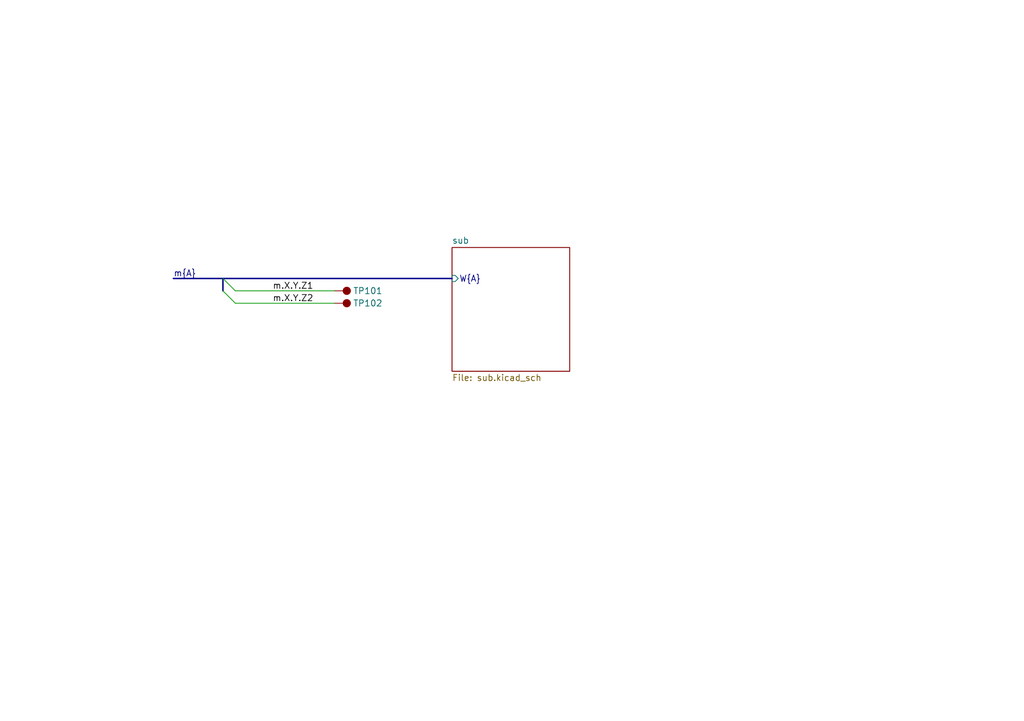
<source format=kicad_sch>
(kicad_sch (version 20231120) (generator "eeschema") (generator_version "8.0")
  (paper "A5")
  (lib_symbols
    (symbol "Mechanical:TST-01025" (pin_numbers hide) (pin_names (offset 1.016) hide) (in_bom no)
      (property "Reference" "TP" (at 3.81 0 0))
      (symbol "TST-01025_0_1"
        (circle (center 2.54 0) (radius 0.762) (fill (type outline)))
      )
      (symbol "TST-01025_1_1"
        (pin passive line (at 0 0 0) (length 2.54) (name "~") (number "1"))
      )
    )
  )
  (bus_alias "A" (members "X.Y.Z1" "X.Y.Z2"))
  (bus_alias "B" (members "Y.Z1" "Y.Z2"))
  (bus_entry (at 45.72 57.15) (size 2.54 2.54))
  (bus_entry (at 45.72 59.69) (size 2.54 2.54))
  (bus (pts (xy 45.72 57.15) (xy 45.72 59.69)))
  (wire (pts (xy 48.26 62.23) (xy 68.58 62.23)))
  (bus (pts (xy 35.56 57.15) (xy 45.72 57.15)))
  (bus (pts (xy 45.72 57.15) (xy 92.71 57.15)))
  (wire (pts (xy 48.26 59.69) (xy 68.58 59.69)))
  (label "m{A}" (at 35.56 57.15 0))
  (label "m.X.Y.Z1" (at 55.88 59.69 0))
  (label "m.X.Y.Z2" (at 55.88 62.23 0))
  (symbol (lib_id "Mechanical:TST-01025") (at 68.58 62.23 0) (unit 1) (in_bom no)
    (property "Reference" "TP102" (at 72.39 62.23 0) (effects (justify left)))
    (property "Value" "TST-01025" (effects (hide yes)))
    (property "Description" "Test point, 25mils" (effects (hide yes)))
  )
  (symbol (lib_id "Mechanical:TST-01025") (at 68.58 59.69 0) (unit 1) (in_bom no)
    (property "Reference" "TP101" (at 72.39 59.69 0) (effects (justify left)))
    (property "Value" "TST-01025" (effects (hide yes)))
    (property "Description" "Test point, 25mils" (effects (hide yes)))
  )
  (sheet (at 92.71 50.8) (size 24.13 25.4) (stroke (width 0.1524))
    (property "Sheetname" "sub" (at 92.71 50.0884 0) (effects (justify left bottom)))
    (property "Sheetfile" "sub.kicad_sch" (at 92.71 76.7846 0) (effects (justify left top)))
    (pin "W{A}" input (at 92.71 57.15 180))
  )
)
</source>
